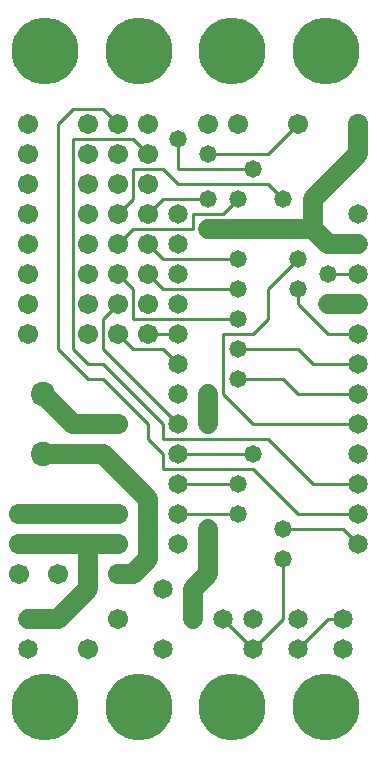
<source format=gtl>
%MOIN*%
%FSLAX25Y25*%
G04 D10 used for Character Trace; *
G04     Circle (OD=.01000) (No hole)*
G04 D11 used for Power Trace; *
G04     Circle (OD=.06700) (No hole)*
G04 D12 used for Signal Trace; *
G04     Circle (OD=.01100) (No hole)*
G04 D13 used for Via; *
G04     Circle (OD=.05800) (Round. Hole ID=.02800)*
G04 D14 used for Component hole; *
G04     Circle (OD=.06500) (Round. Hole ID=.03500)*
G04 D15 used for Component hole; *
G04     Circle (OD=.06700) (Round. Hole ID=.04300)*
G04 D16 used for Component hole; *
G04     Circle (OD=.08100) (Round. Hole ID=.05100)*
G04 D17 used for Component hole; *
G04     Circle (OD=.08900) (Round. Hole ID=.05900)*
G04 D18 used for Component hole; *
G04     Circle (OD=.11300) (Round. Hole ID=.08300)*
G04 D19 used for Component hole; *
G04     Circle (OD=.16000) (Round. Hole ID=.13000)*
G04 D20 used for Component hole; *
G04     Circle (OD=.18300) (Round. Hole ID=.15300)*
G04 D21 used for Component hole; *
G04     Circle (OD=.22291) (Round. Hole ID=.19291)*
%ADD10C,.01000*%
%ADD11C,.06700*%
%ADD12C,.01100*%
%ADD13C,.05800*%
%ADD14C,.06500*%
%ADD15C,.06700*%
%ADD16C,.08100*%
%ADD17C,.08900*%
%ADD18C,.11300*%
%ADD19C,.16000*%
%ADD20C,.18300*%
%ADD21C,.22291*%
%IPPOS*%
%LPD*%
G90*X0Y0D02*D21*X15625Y15625D03*D15*              
X30000Y35000D03*D14*X10000D03*D15*X40000Y45000D03*
X20000D03*D11*X10000D01*D14*D03*D11*X20000D02*    
X30000Y55000D01*Y70000D01*D15*D03*D11*X20000D01*  
D15*D03*D11*X7000D01*D15*D03*X20000Y60000D03*     
Y80000D03*D11*X7000D01*D15*D03*D11*X20000D02*     
X30000D01*D15*D03*D11*X40000D01*D15*D03*D11*      
X30000Y70000D02*X40000D01*D15*D03*D11*            
X45000Y60000D02*X50000Y65000D01*X40000Y60000D02*  
X45000D01*D15*X40000D03*D11*X50000Y65000D02*      
Y85000D01*X35000Y100000D01*X15000D01*D16*D03*D11* 
X25000Y110000D02*X40000D01*D15*D03*D12*           
X55000Y100000D02*X50000Y105000D01*X55000Y95000D02*
Y100000D01*Y95000D02*X85000D01*X100000Y80000D01*  
X120000D01*D14*D03*D12*Y70000D02*X115000Y75000D01*
D14*X120000Y70000D03*D12*X95000Y75000D02*         
X115000D01*D13*X95000D03*Y65000D03*D12*Y45000D01* 
X85000Y35000D01*D14*D03*D12*X75000Y45000D01*D14*  
D03*D11*X65000D02*Y55000D01*D14*Y45000D03*        
X55000Y55000D03*Y35000D03*D11*X65000Y55000D02*    
X70000Y60000D01*Y75000D01*D13*D03*D14*            
X60000Y80000D03*D12*X80000D01*D13*D03*Y90000D03*  
D12*X60000D01*D14*D03*Y100000D03*D12*X85000D01*   
D13*D03*D12*X105000Y90000D02*X90000Y105000D01*    
X105000Y90000D02*X120000D01*D14*D03*Y100000D03*   
Y110000D03*D12*X85000D01*X75000Y120000D01*        
Y140000D01*X85000D01*X90000Y145000D01*Y155000D01* 
X100000Y165000D01*D13*D03*X110000Y160000D03*D12*  
X120000D01*D14*D03*D11*X110000Y170000D02*         
X120000D01*D14*D03*Y180000D03*D11*                
X110000Y170000D02*X105000Y175000D01*X70000D01*D13*
D03*D12*X65000Y180000D02*X75000D01*               
X65000Y175000D02*Y180000D01*X45000Y175000D02*     
X65000D01*X40000Y170000D02*X45000Y175000D01*D15*  
X40000Y170000D03*X50000Y160000D03*D12*            
X55000Y155000D01*X80000D01*D13*D03*Y165000D03*D12*
X55000D01*X50000Y170000D01*D15*D03*D14*           
X60000Y160000D03*Y180000D03*D15*X40000D03*D12*    
X45000Y185000D01*Y195000D01*X55000D01*            
X60000Y190000D01*X90000D01*X95000Y185000D01*D13*  
D03*D11*X105000Y175000D02*Y185000D01*             
X120000Y200000D01*Y210000D01*D15*D03*X100000D03*  
D12*X90000Y200000D01*X70000D01*D13*D03*D15*       
X80000Y210000D03*D13*X60000Y205000D03*D12*        
Y195000D01*X85000D01*D13*D03*X80000Y185000D03*D12*
X75000Y180000D01*D13*X70000Y185000D03*D12*        
X55000D01*X50000Y180000D01*D15*D03*D14*           
X60000Y170000D03*D15*X40000Y190000D03*X50000D03*  
X30000Y200000D03*Y160000D03*Y190000D03*           
X40000Y160000D03*D12*X45000Y155000D01*Y145000D01* 
X80000D01*D13*D03*Y135000D03*D12*X100000D01*      
X105000Y130000D01*X120000D01*D14*D03*D12*         
X110000Y140000D02*X120000D01*D14*D03*D13*         
X110000Y150000D03*D11*X120000D01*D14*D03*D12*     
X110000Y140000D02*X100000Y150000D01*Y155000D01*   
D13*D03*X80000Y125000D03*D12*X95000D01*           
X100000Y120000D01*X120000D01*D14*D03*D12*         
X55000Y105000D02*X90000D01*X55000D02*Y110000D01*  
X35000Y130000D01*X30000D01*X25000Y135000D01*      
Y205000D01*X45000D01*X50000Y200000D01*D15*D03*    
X40000Y210000D03*D12*X35000Y215000D01*X25000D01*  
X20000Y210000D01*Y135000D01*X30000Y125000D01*     
X35000D01*X50000Y110000D01*Y105000D01*D14*        
X60000Y110000D03*D12*X35000Y135000D01*Y145000D01* 
X40000Y150000D01*D15*D03*X50000Y140000D03*D12*    
X60000D01*D14*D03*D12*Y130000D02*X55000Y135000D01*
D14*X60000Y130000D03*D12*X45000Y135000D02*        
X55000D01*X45000D02*X40000Y140000D01*D15*D03*     
X50000Y150000D03*X30000D03*Y140000D03*D14*        
X60000Y120000D03*Y150000D03*D16*X15000Y120000D03* 
D11*X25000Y110000D01*D15*X10000Y140000D03*        
Y150000D03*D14*X60000Y70000D03*D13*               
X70000Y110000D03*D11*Y120000D01*D13*D03*D15*      
X30000Y170000D03*X10000Y180000D03*X7000Y60000D03* 
X10000Y170000D03*Y160000D03*X30000Y180000D03*     
X10000Y190000D03*D14*X85000Y45000D03*X100000D03*  
D12*Y35000D02*X110000Y45000D01*D14*               
X100000Y35000D03*D12*X110000Y45000D02*X115000D01* 
D14*D03*Y35000D03*D21*X109375Y15625D03*X78125D03* 
X46875D03*D15*X40000Y200000D03*X10000D03*         
X70000Y210000D03*X50000D03*X30000D03*X10000D03*   
D21*X109375Y234375D03*X78125D03*X46875D03*        
X15625D03*M02*                                    

</source>
